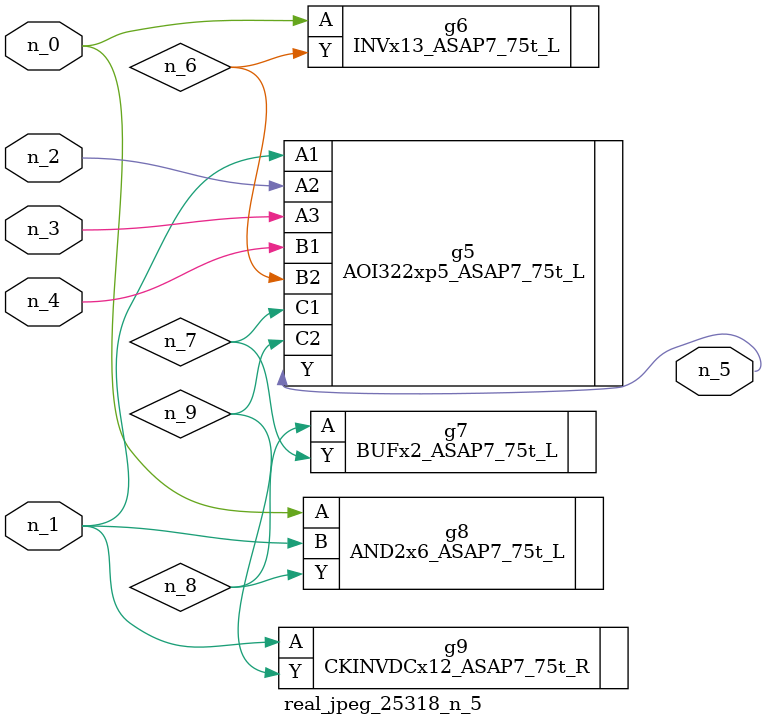
<source format=v>
module real_jpeg_25318_n_5 (n_4, n_0, n_1, n_2, n_3, n_5);

input n_4;
input n_0;
input n_1;
input n_2;
input n_3;

output n_5;

wire n_8;
wire n_6;
wire n_7;
wire n_9;

INVx13_ASAP7_75t_L g6 ( 
.A(n_0),
.Y(n_6)
);

AND2x6_ASAP7_75t_L g8 ( 
.A(n_0),
.B(n_1),
.Y(n_8)
);

AOI322xp5_ASAP7_75t_L g5 ( 
.A1(n_1),
.A2(n_2),
.A3(n_3),
.B1(n_4),
.B2(n_6),
.C1(n_7),
.C2(n_9),
.Y(n_5)
);

CKINVDCx12_ASAP7_75t_R g9 ( 
.A(n_1),
.Y(n_9)
);

BUFx2_ASAP7_75t_L g7 ( 
.A(n_8),
.Y(n_7)
);


endmodule
</source>
